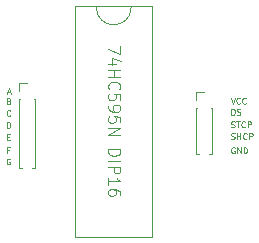
<source format=gbr>
%TF.GenerationSoftware,KiCad,Pcbnew,7.0.1*%
%TF.CreationDate,2023-04-23T12:43:51+02:00*%
%TF.ProjectId,display7segm,64697370-6c61-4793-9773-65676d2e6b69,rev?*%
%TF.SameCoordinates,Original*%
%TF.FileFunction,Legend,Top*%
%TF.FilePolarity,Positive*%
%FSLAX46Y46*%
G04 Gerber Fmt 4.6, Leading zero omitted, Abs format (unit mm)*
G04 Created by KiCad (PCBNEW 7.0.1) date 2023-04-23 12:43:51*
%MOMM*%
%LPD*%
G01*
G04 APERTURE LIST*
%ADD10C,0.100000*%
%ADD11C,0.080000*%
%ADD12C,0.120000*%
G04 APERTURE END LIST*
D10*
X46430952Y-32212619D02*
X46383333Y-32188809D01*
X46383333Y-32188809D02*
X46311904Y-32188809D01*
X46311904Y-32188809D02*
X46240476Y-32212619D01*
X46240476Y-32212619D02*
X46192857Y-32260238D01*
X46192857Y-32260238D02*
X46169047Y-32307857D01*
X46169047Y-32307857D02*
X46145238Y-32403095D01*
X46145238Y-32403095D02*
X46145238Y-32474523D01*
X46145238Y-32474523D02*
X46169047Y-32569761D01*
X46169047Y-32569761D02*
X46192857Y-32617380D01*
X46192857Y-32617380D02*
X46240476Y-32665000D01*
X46240476Y-32665000D02*
X46311904Y-32688809D01*
X46311904Y-32688809D02*
X46359523Y-32688809D01*
X46359523Y-32688809D02*
X46430952Y-32665000D01*
X46430952Y-32665000D02*
X46454761Y-32641190D01*
X46454761Y-32641190D02*
X46454761Y-32474523D01*
X46454761Y-32474523D02*
X46359523Y-32474523D01*
X46669047Y-32688809D02*
X46669047Y-32188809D01*
X46669047Y-32188809D02*
X46954761Y-32688809D01*
X46954761Y-32688809D02*
X46954761Y-32188809D01*
X47192857Y-32688809D02*
X47192857Y-32188809D01*
X47192857Y-32188809D02*
X47311905Y-32188809D01*
X47311905Y-32188809D02*
X47383333Y-32212619D01*
X47383333Y-32212619D02*
X47430952Y-32260238D01*
X47430952Y-32260238D02*
X47454762Y-32307857D01*
X47454762Y-32307857D02*
X47478571Y-32403095D01*
X47478571Y-32403095D02*
X47478571Y-32474523D01*
X47478571Y-32474523D02*
X47454762Y-32569761D01*
X47454762Y-32569761D02*
X47430952Y-32617380D01*
X47430952Y-32617380D02*
X47383333Y-32665000D01*
X47383333Y-32665000D02*
X47311905Y-32688809D01*
X47311905Y-32688809D02*
X47192857Y-32688809D01*
D11*
X27180953Y-27545952D02*
X27419048Y-27545952D01*
X27133334Y-27688809D02*
X27300000Y-27188809D01*
X27300000Y-27188809D02*
X27466667Y-27688809D01*
X27192857Y-31326904D02*
X27359524Y-31326904D01*
X27430952Y-31588809D02*
X27192857Y-31588809D01*
X27192857Y-31588809D02*
X27192857Y-31088809D01*
X27192857Y-31088809D02*
X27430952Y-31088809D01*
D10*
X46145238Y-30465000D02*
X46216666Y-30488809D01*
X46216666Y-30488809D02*
X46335714Y-30488809D01*
X46335714Y-30488809D02*
X46383333Y-30465000D01*
X46383333Y-30465000D02*
X46407142Y-30441190D01*
X46407142Y-30441190D02*
X46430952Y-30393571D01*
X46430952Y-30393571D02*
X46430952Y-30345952D01*
X46430952Y-30345952D02*
X46407142Y-30298333D01*
X46407142Y-30298333D02*
X46383333Y-30274523D01*
X46383333Y-30274523D02*
X46335714Y-30250714D01*
X46335714Y-30250714D02*
X46240476Y-30226904D01*
X46240476Y-30226904D02*
X46192857Y-30203095D01*
X46192857Y-30203095D02*
X46169047Y-30179285D01*
X46169047Y-30179285D02*
X46145238Y-30131666D01*
X46145238Y-30131666D02*
X46145238Y-30084047D01*
X46145238Y-30084047D02*
X46169047Y-30036428D01*
X46169047Y-30036428D02*
X46192857Y-30012619D01*
X46192857Y-30012619D02*
X46240476Y-29988809D01*
X46240476Y-29988809D02*
X46359523Y-29988809D01*
X46359523Y-29988809D02*
X46430952Y-30012619D01*
X46573809Y-29988809D02*
X46859523Y-29988809D01*
X46716666Y-30488809D02*
X46716666Y-29988809D01*
X47311903Y-30441190D02*
X47288094Y-30465000D01*
X47288094Y-30465000D02*
X47216665Y-30488809D01*
X47216665Y-30488809D02*
X47169046Y-30488809D01*
X47169046Y-30488809D02*
X47097618Y-30465000D01*
X47097618Y-30465000D02*
X47049999Y-30417380D01*
X47049999Y-30417380D02*
X47026189Y-30369761D01*
X47026189Y-30369761D02*
X47002380Y-30274523D01*
X47002380Y-30274523D02*
X47002380Y-30203095D01*
X47002380Y-30203095D02*
X47026189Y-30107857D01*
X47026189Y-30107857D02*
X47049999Y-30060238D01*
X47049999Y-30060238D02*
X47097618Y-30012619D01*
X47097618Y-30012619D02*
X47169046Y-29988809D01*
X47169046Y-29988809D02*
X47216665Y-29988809D01*
X47216665Y-29988809D02*
X47288094Y-30012619D01*
X47288094Y-30012619D02*
X47311903Y-30036428D01*
X47526189Y-30488809D02*
X47526189Y-29988809D01*
X47526189Y-29988809D02*
X47716665Y-29988809D01*
X47716665Y-29988809D02*
X47764284Y-30012619D01*
X47764284Y-30012619D02*
X47788094Y-30036428D01*
X47788094Y-30036428D02*
X47811903Y-30084047D01*
X47811903Y-30084047D02*
X47811903Y-30155476D01*
X47811903Y-30155476D02*
X47788094Y-30203095D01*
X47788094Y-30203095D02*
X47764284Y-30226904D01*
X47764284Y-30226904D02*
X47716665Y-30250714D01*
X47716665Y-30250714D02*
X47526189Y-30250714D01*
D11*
X27430952Y-33162619D02*
X27383333Y-33138809D01*
X27383333Y-33138809D02*
X27311904Y-33138809D01*
X27311904Y-33138809D02*
X27240476Y-33162619D01*
X27240476Y-33162619D02*
X27192857Y-33210238D01*
X27192857Y-33210238D02*
X27169047Y-33257857D01*
X27169047Y-33257857D02*
X27145238Y-33353095D01*
X27145238Y-33353095D02*
X27145238Y-33424523D01*
X27145238Y-33424523D02*
X27169047Y-33519761D01*
X27169047Y-33519761D02*
X27192857Y-33567380D01*
X27192857Y-33567380D02*
X27240476Y-33615000D01*
X27240476Y-33615000D02*
X27311904Y-33638809D01*
X27311904Y-33638809D02*
X27359523Y-33638809D01*
X27359523Y-33638809D02*
X27430952Y-33615000D01*
X27430952Y-33615000D02*
X27454761Y-33591190D01*
X27454761Y-33591190D02*
X27454761Y-33424523D01*
X27454761Y-33424523D02*
X27359523Y-33424523D01*
D10*
X46097619Y-27988809D02*
X46264285Y-28488809D01*
X46264285Y-28488809D02*
X46430952Y-27988809D01*
X46883332Y-28441190D02*
X46859523Y-28465000D01*
X46859523Y-28465000D02*
X46788094Y-28488809D01*
X46788094Y-28488809D02*
X46740475Y-28488809D01*
X46740475Y-28488809D02*
X46669047Y-28465000D01*
X46669047Y-28465000D02*
X46621428Y-28417380D01*
X46621428Y-28417380D02*
X46597618Y-28369761D01*
X46597618Y-28369761D02*
X46573809Y-28274523D01*
X46573809Y-28274523D02*
X46573809Y-28203095D01*
X46573809Y-28203095D02*
X46597618Y-28107857D01*
X46597618Y-28107857D02*
X46621428Y-28060238D01*
X46621428Y-28060238D02*
X46669047Y-28012619D01*
X46669047Y-28012619D02*
X46740475Y-27988809D01*
X46740475Y-27988809D02*
X46788094Y-27988809D01*
X46788094Y-27988809D02*
X46859523Y-28012619D01*
X46859523Y-28012619D02*
X46883332Y-28036428D01*
X47383332Y-28441190D02*
X47359523Y-28465000D01*
X47359523Y-28465000D02*
X47288094Y-28488809D01*
X47288094Y-28488809D02*
X47240475Y-28488809D01*
X47240475Y-28488809D02*
X47169047Y-28465000D01*
X47169047Y-28465000D02*
X47121428Y-28417380D01*
X47121428Y-28417380D02*
X47097618Y-28369761D01*
X47097618Y-28369761D02*
X47073809Y-28274523D01*
X47073809Y-28274523D02*
X47073809Y-28203095D01*
X47073809Y-28203095D02*
X47097618Y-28107857D01*
X47097618Y-28107857D02*
X47121428Y-28060238D01*
X47121428Y-28060238D02*
X47169047Y-28012619D01*
X47169047Y-28012619D02*
X47240475Y-27988809D01*
X47240475Y-27988809D02*
X47288094Y-27988809D01*
X47288094Y-27988809D02*
X47359523Y-28012619D01*
X47359523Y-28012619D02*
X47383332Y-28036428D01*
D11*
X27454761Y-29491190D02*
X27430952Y-29515000D01*
X27430952Y-29515000D02*
X27359523Y-29538809D01*
X27359523Y-29538809D02*
X27311904Y-29538809D01*
X27311904Y-29538809D02*
X27240476Y-29515000D01*
X27240476Y-29515000D02*
X27192857Y-29467380D01*
X27192857Y-29467380D02*
X27169047Y-29419761D01*
X27169047Y-29419761D02*
X27145238Y-29324523D01*
X27145238Y-29324523D02*
X27145238Y-29253095D01*
X27145238Y-29253095D02*
X27169047Y-29157857D01*
X27169047Y-29157857D02*
X27192857Y-29110238D01*
X27192857Y-29110238D02*
X27240476Y-29062619D01*
X27240476Y-29062619D02*
X27311904Y-29038809D01*
X27311904Y-29038809D02*
X27359523Y-29038809D01*
X27359523Y-29038809D02*
X27430952Y-29062619D01*
X27430952Y-29062619D02*
X27454761Y-29086428D01*
X27169047Y-30538809D02*
X27169047Y-30038809D01*
X27169047Y-30038809D02*
X27288095Y-30038809D01*
X27288095Y-30038809D02*
X27359523Y-30062619D01*
X27359523Y-30062619D02*
X27407142Y-30110238D01*
X27407142Y-30110238D02*
X27430952Y-30157857D01*
X27430952Y-30157857D02*
X27454761Y-30253095D01*
X27454761Y-30253095D02*
X27454761Y-30324523D01*
X27454761Y-30324523D02*
X27430952Y-30419761D01*
X27430952Y-30419761D02*
X27407142Y-30467380D01*
X27407142Y-30467380D02*
X27359523Y-30515000D01*
X27359523Y-30515000D02*
X27288095Y-30538809D01*
X27288095Y-30538809D02*
X27169047Y-30538809D01*
X27371429Y-32376904D02*
X27204762Y-32376904D01*
X27204762Y-32638809D02*
X27204762Y-32138809D01*
X27204762Y-32138809D02*
X27442857Y-32138809D01*
D10*
X46169047Y-29438809D02*
X46169047Y-28938809D01*
X46169047Y-28938809D02*
X46288095Y-28938809D01*
X46288095Y-28938809D02*
X46359523Y-28962619D01*
X46359523Y-28962619D02*
X46407142Y-29010238D01*
X46407142Y-29010238D02*
X46430952Y-29057857D01*
X46430952Y-29057857D02*
X46454761Y-29153095D01*
X46454761Y-29153095D02*
X46454761Y-29224523D01*
X46454761Y-29224523D02*
X46430952Y-29319761D01*
X46430952Y-29319761D02*
X46407142Y-29367380D01*
X46407142Y-29367380D02*
X46359523Y-29415000D01*
X46359523Y-29415000D02*
X46288095Y-29438809D01*
X46288095Y-29438809D02*
X46169047Y-29438809D01*
X46645238Y-29415000D02*
X46716666Y-29438809D01*
X46716666Y-29438809D02*
X46835714Y-29438809D01*
X46835714Y-29438809D02*
X46883333Y-29415000D01*
X46883333Y-29415000D02*
X46907142Y-29391190D01*
X46907142Y-29391190D02*
X46930952Y-29343571D01*
X46930952Y-29343571D02*
X46930952Y-29295952D01*
X46930952Y-29295952D02*
X46907142Y-29248333D01*
X46907142Y-29248333D02*
X46883333Y-29224523D01*
X46883333Y-29224523D02*
X46835714Y-29200714D01*
X46835714Y-29200714D02*
X46740476Y-29176904D01*
X46740476Y-29176904D02*
X46692857Y-29153095D01*
X46692857Y-29153095D02*
X46669047Y-29129285D01*
X46669047Y-29129285D02*
X46645238Y-29081666D01*
X46645238Y-29081666D02*
X46645238Y-29034047D01*
X46645238Y-29034047D02*
X46669047Y-28986428D01*
X46669047Y-28986428D02*
X46692857Y-28962619D01*
X46692857Y-28962619D02*
X46740476Y-28938809D01*
X46740476Y-28938809D02*
X46859523Y-28938809D01*
X46859523Y-28938809D02*
X46930952Y-28962619D01*
X46145238Y-31465000D02*
X46216666Y-31488809D01*
X46216666Y-31488809D02*
X46335714Y-31488809D01*
X46335714Y-31488809D02*
X46383333Y-31465000D01*
X46383333Y-31465000D02*
X46407142Y-31441190D01*
X46407142Y-31441190D02*
X46430952Y-31393571D01*
X46430952Y-31393571D02*
X46430952Y-31345952D01*
X46430952Y-31345952D02*
X46407142Y-31298333D01*
X46407142Y-31298333D02*
X46383333Y-31274523D01*
X46383333Y-31274523D02*
X46335714Y-31250714D01*
X46335714Y-31250714D02*
X46240476Y-31226904D01*
X46240476Y-31226904D02*
X46192857Y-31203095D01*
X46192857Y-31203095D02*
X46169047Y-31179285D01*
X46169047Y-31179285D02*
X46145238Y-31131666D01*
X46145238Y-31131666D02*
X46145238Y-31084047D01*
X46145238Y-31084047D02*
X46169047Y-31036428D01*
X46169047Y-31036428D02*
X46192857Y-31012619D01*
X46192857Y-31012619D02*
X46240476Y-30988809D01*
X46240476Y-30988809D02*
X46359523Y-30988809D01*
X46359523Y-30988809D02*
X46430952Y-31012619D01*
X46645237Y-31488809D02*
X46645237Y-30988809D01*
X46645237Y-31226904D02*
X46930951Y-31226904D01*
X46930951Y-31488809D02*
X46930951Y-30988809D01*
X47454761Y-31441190D02*
X47430952Y-31465000D01*
X47430952Y-31465000D02*
X47359523Y-31488809D01*
X47359523Y-31488809D02*
X47311904Y-31488809D01*
X47311904Y-31488809D02*
X47240476Y-31465000D01*
X47240476Y-31465000D02*
X47192857Y-31417380D01*
X47192857Y-31417380D02*
X47169047Y-31369761D01*
X47169047Y-31369761D02*
X47145238Y-31274523D01*
X47145238Y-31274523D02*
X47145238Y-31203095D01*
X47145238Y-31203095D02*
X47169047Y-31107857D01*
X47169047Y-31107857D02*
X47192857Y-31060238D01*
X47192857Y-31060238D02*
X47240476Y-31012619D01*
X47240476Y-31012619D02*
X47311904Y-30988809D01*
X47311904Y-30988809D02*
X47359523Y-30988809D01*
X47359523Y-30988809D02*
X47430952Y-31012619D01*
X47430952Y-31012619D02*
X47454761Y-31036428D01*
X47669047Y-31488809D02*
X47669047Y-30988809D01*
X47669047Y-30988809D02*
X47859523Y-30988809D01*
X47859523Y-30988809D02*
X47907142Y-31012619D01*
X47907142Y-31012619D02*
X47930952Y-31036428D01*
X47930952Y-31036428D02*
X47954761Y-31084047D01*
X47954761Y-31084047D02*
X47954761Y-31155476D01*
X47954761Y-31155476D02*
X47930952Y-31203095D01*
X47930952Y-31203095D02*
X47907142Y-31226904D01*
X47907142Y-31226904D02*
X47859523Y-31250714D01*
X47859523Y-31250714D02*
X47669047Y-31250714D01*
D11*
X27335714Y-28276904D02*
X27407142Y-28300714D01*
X27407142Y-28300714D02*
X27430952Y-28324523D01*
X27430952Y-28324523D02*
X27454761Y-28372142D01*
X27454761Y-28372142D02*
X27454761Y-28443571D01*
X27454761Y-28443571D02*
X27430952Y-28491190D01*
X27430952Y-28491190D02*
X27407142Y-28515000D01*
X27407142Y-28515000D02*
X27359523Y-28538809D01*
X27359523Y-28538809D02*
X27169047Y-28538809D01*
X27169047Y-28538809D02*
X27169047Y-28038809D01*
X27169047Y-28038809D02*
X27335714Y-28038809D01*
X27335714Y-28038809D02*
X27383333Y-28062619D01*
X27383333Y-28062619D02*
X27407142Y-28086428D01*
X27407142Y-28086428D02*
X27430952Y-28134047D01*
X27430952Y-28134047D02*
X27430952Y-28181666D01*
X27430952Y-28181666D02*
X27407142Y-28229285D01*
X27407142Y-28229285D02*
X27383333Y-28253095D01*
X27383333Y-28253095D02*
X27335714Y-28276904D01*
X27335714Y-28276904D02*
X27169047Y-28276904D01*
D10*
%TO.C,74HC595N DIP16*%
X36737380Y-23642857D02*
X36737380Y-24309523D01*
X36737380Y-24309523D02*
X35737380Y-23880952D01*
X36404047Y-25119047D02*
X35737380Y-25119047D01*
X36785000Y-24880952D02*
X36070714Y-24642857D01*
X36070714Y-24642857D02*
X36070714Y-25261904D01*
X35737380Y-25642857D02*
X36737380Y-25642857D01*
X36261190Y-25642857D02*
X36261190Y-26214285D01*
X35737380Y-26214285D02*
X36737380Y-26214285D01*
X35832619Y-27261904D02*
X35785000Y-27214285D01*
X35785000Y-27214285D02*
X35737380Y-27071428D01*
X35737380Y-27071428D02*
X35737380Y-26976190D01*
X35737380Y-26976190D02*
X35785000Y-26833333D01*
X35785000Y-26833333D02*
X35880238Y-26738095D01*
X35880238Y-26738095D02*
X35975476Y-26690476D01*
X35975476Y-26690476D02*
X36165952Y-26642857D01*
X36165952Y-26642857D02*
X36308809Y-26642857D01*
X36308809Y-26642857D02*
X36499285Y-26690476D01*
X36499285Y-26690476D02*
X36594523Y-26738095D01*
X36594523Y-26738095D02*
X36689761Y-26833333D01*
X36689761Y-26833333D02*
X36737380Y-26976190D01*
X36737380Y-26976190D02*
X36737380Y-27071428D01*
X36737380Y-27071428D02*
X36689761Y-27214285D01*
X36689761Y-27214285D02*
X36642142Y-27261904D01*
X36737380Y-28166666D02*
X36737380Y-27690476D01*
X36737380Y-27690476D02*
X36261190Y-27642857D01*
X36261190Y-27642857D02*
X36308809Y-27690476D01*
X36308809Y-27690476D02*
X36356428Y-27785714D01*
X36356428Y-27785714D02*
X36356428Y-28023809D01*
X36356428Y-28023809D02*
X36308809Y-28119047D01*
X36308809Y-28119047D02*
X36261190Y-28166666D01*
X36261190Y-28166666D02*
X36165952Y-28214285D01*
X36165952Y-28214285D02*
X35927857Y-28214285D01*
X35927857Y-28214285D02*
X35832619Y-28166666D01*
X35832619Y-28166666D02*
X35785000Y-28119047D01*
X35785000Y-28119047D02*
X35737380Y-28023809D01*
X35737380Y-28023809D02*
X35737380Y-27785714D01*
X35737380Y-27785714D02*
X35785000Y-27690476D01*
X35785000Y-27690476D02*
X35832619Y-27642857D01*
X35737380Y-28690476D02*
X35737380Y-28880952D01*
X35737380Y-28880952D02*
X35785000Y-28976190D01*
X35785000Y-28976190D02*
X35832619Y-29023809D01*
X35832619Y-29023809D02*
X35975476Y-29119047D01*
X35975476Y-29119047D02*
X36165952Y-29166666D01*
X36165952Y-29166666D02*
X36546904Y-29166666D01*
X36546904Y-29166666D02*
X36642142Y-29119047D01*
X36642142Y-29119047D02*
X36689761Y-29071428D01*
X36689761Y-29071428D02*
X36737380Y-28976190D01*
X36737380Y-28976190D02*
X36737380Y-28785714D01*
X36737380Y-28785714D02*
X36689761Y-28690476D01*
X36689761Y-28690476D02*
X36642142Y-28642857D01*
X36642142Y-28642857D02*
X36546904Y-28595238D01*
X36546904Y-28595238D02*
X36308809Y-28595238D01*
X36308809Y-28595238D02*
X36213571Y-28642857D01*
X36213571Y-28642857D02*
X36165952Y-28690476D01*
X36165952Y-28690476D02*
X36118333Y-28785714D01*
X36118333Y-28785714D02*
X36118333Y-28976190D01*
X36118333Y-28976190D02*
X36165952Y-29071428D01*
X36165952Y-29071428D02*
X36213571Y-29119047D01*
X36213571Y-29119047D02*
X36308809Y-29166666D01*
X36737380Y-30071428D02*
X36737380Y-29595238D01*
X36737380Y-29595238D02*
X36261190Y-29547619D01*
X36261190Y-29547619D02*
X36308809Y-29595238D01*
X36308809Y-29595238D02*
X36356428Y-29690476D01*
X36356428Y-29690476D02*
X36356428Y-29928571D01*
X36356428Y-29928571D02*
X36308809Y-30023809D01*
X36308809Y-30023809D02*
X36261190Y-30071428D01*
X36261190Y-30071428D02*
X36165952Y-30119047D01*
X36165952Y-30119047D02*
X35927857Y-30119047D01*
X35927857Y-30119047D02*
X35832619Y-30071428D01*
X35832619Y-30071428D02*
X35785000Y-30023809D01*
X35785000Y-30023809D02*
X35737380Y-29928571D01*
X35737380Y-29928571D02*
X35737380Y-29690476D01*
X35737380Y-29690476D02*
X35785000Y-29595238D01*
X35785000Y-29595238D02*
X35832619Y-29547619D01*
X35737380Y-30547619D02*
X36737380Y-30547619D01*
X36737380Y-30547619D02*
X35737380Y-31119047D01*
X35737380Y-31119047D02*
X36737380Y-31119047D01*
X35737380Y-32357143D02*
X36737380Y-32357143D01*
X36737380Y-32357143D02*
X36737380Y-32595238D01*
X36737380Y-32595238D02*
X36689761Y-32738095D01*
X36689761Y-32738095D02*
X36594523Y-32833333D01*
X36594523Y-32833333D02*
X36499285Y-32880952D01*
X36499285Y-32880952D02*
X36308809Y-32928571D01*
X36308809Y-32928571D02*
X36165952Y-32928571D01*
X36165952Y-32928571D02*
X35975476Y-32880952D01*
X35975476Y-32880952D02*
X35880238Y-32833333D01*
X35880238Y-32833333D02*
X35785000Y-32738095D01*
X35785000Y-32738095D02*
X35737380Y-32595238D01*
X35737380Y-32595238D02*
X35737380Y-32357143D01*
X35737380Y-33357143D02*
X36737380Y-33357143D01*
X35737380Y-33833333D02*
X36737380Y-33833333D01*
X36737380Y-33833333D02*
X36737380Y-34214285D01*
X36737380Y-34214285D02*
X36689761Y-34309523D01*
X36689761Y-34309523D02*
X36642142Y-34357142D01*
X36642142Y-34357142D02*
X36546904Y-34404761D01*
X36546904Y-34404761D02*
X36404047Y-34404761D01*
X36404047Y-34404761D02*
X36308809Y-34357142D01*
X36308809Y-34357142D02*
X36261190Y-34309523D01*
X36261190Y-34309523D02*
X36213571Y-34214285D01*
X36213571Y-34214285D02*
X36213571Y-33833333D01*
X35737380Y-35357142D02*
X35737380Y-34785714D01*
X35737380Y-35071428D02*
X36737380Y-35071428D01*
X36737380Y-35071428D02*
X36594523Y-34976190D01*
X36594523Y-34976190D02*
X36499285Y-34880952D01*
X36499285Y-34880952D02*
X36451666Y-34785714D01*
X36737380Y-36214285D02*
X36737380Y-36023809D01*
X36737380Y-36023809D02*
X36689761Y-35928571D01*
X36689761Y-35928571D02*
X36642142Y-35880952D01*
X36642142Y-35880952D02*
X36499285Y-35785714D01*
X36499285Y-35785714D02*
X36308809Y-35738095D01*
X36308809Y-35738095D02*
X35927857Y-35738095D01*
X35927857Y-35738095D02*
X35832619Y-35785714D01*
X35832619Y-35785714D02*
X35785000Y-35833333D01*
X35785000Y-35833333D02*
X35737380Y-35928571D01*
X35737380Y-35928571D02*
X35737380Y-36119047D01*
X35737380Y-36119047D02*
X35785000Y-36214285D01*
X35785000Y-36214285D02*
X35832619Y-36261904D01*
X35832619Y-36261904D02*
X35927857Y-36309523D01*
X35927857Y-36309523D02*
X36165952Y-36309523D01*
X36165952Y-36309523D02*
X36261190Y-36261904D01*
X36261190Y-36261904D02*
X36308809Y-36214285D01*
X36308809Y-36214285D02*
X36356428Y-36119047D01*
X36356428Y-36119047D02*
X36356428Y-35928571D01*
X36356428Y-35928571D02*
X36308809Y-35833333D01*
X36308809Y-35833333D02*
X36261190Y-35785714D01*
X36261190Y-35785714D02*
X36165952Y-35738095D01*
D12*
%TO.C,REF\u002A\u002A*%
X44545000Y-28885000D02*
X44545000Y-32760000D01*
X44458276Y-28885000D02*
X44545000Y-28885000D01*
X44244493Y-32760000D02*
X44545000Y-32760000D01*
X43155000Y-32760000D02*
X43455507Y-32760000D01*
X43155000Y-28885000D02*
X43241724Y-28885000D01*
X43155000Y-28885000D02*
X43155000Y-32760000D01*
X43155000Y-28200000D02*
X43155000Y-27515000D01*
X43155000Y-27515000D02*
X43850000Y-27515000D01*
D10*
%TO.C,74HC595N DIP16*%
X39440000Y-20250000D02*
X32960000Y-20250000D01*
X39440000Y-20250000D02*
X39440000Y-39750000D01*
X32960000Y-20250000D02*
X32960000Y-39750000D01*
X39440000Y-39750000D02*
X32960000Y-39750000D01*
X34730001Y-20340000D02*
G75*
G03*
X37669999Y-20340000I1469999J0D01*
G01*
D12*
%TO.C,REF\u002A\u002A*%
X28155000Y-26715000D02*
X28850000Y-26715000D01*
X28155000Y-27400000D02*
X28155000Y-26715000D01*
X28155000Y-28085000D02*
X28155000Y-33960000D01*
X28155000Y-28085000D02*
X28241724Y-28085000D01*
X28155000Y-33960000D02*
X28455507Y-33960000D01*
X29244493Y-33960000D02*
X29545000Y-33960000D01*
X29458276Y-28085000D02*
X29545000Y-28085000D01*
X29545000Y-28085000D02*
X29545000Y-33960000D01*
%TD*%
M02*

</source>
